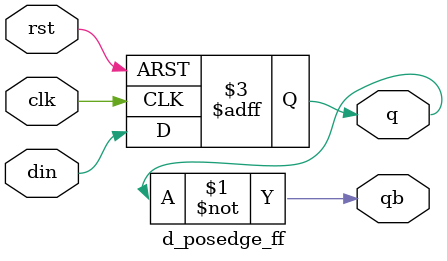
<source format=v>
module  d_posedge_ff(clk,rst,din,q,qb);
    input clk,rst,din;
    output reg q;
    output qb;

    assign qb = ~q;

    always @(posedge clk or posedge rst) begin
        if(rst) begin
            q<=1'b0;
        end
        else begin
            q<=din;
        end
        
    end
    
endmodule
</source>
